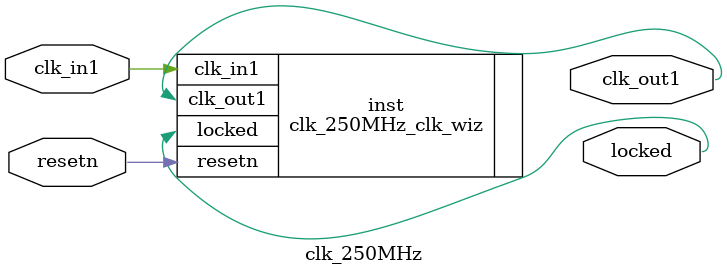
<source format=v>


`timescale 1ps/1ps

(* CORE_GENERATION_INFO = "clk_250MHz,clk_wiz_v6_0_6_0_0,{component_name=clk_250MHz,use_phase_alignment=true,use_min_o_jitter=false,use_max_i_jitter=false,use_dyn_phase_shift=false,use_inclk_switchover=false,use_dyn_reconfig=false,enable_axi=0,feedback_source=FDBK_AUTO,PRIMITIVE=MMCM,num_out_clk=1,clkin1_period=40.000,clkin2_period=10.0,use_power_down=false,use_reset=true,use_locked=true,use_inclk_stopped=false,feedback_type=SINGLE,CLOCK_MGR_TYPE=NA,manual_override=false}" *)

module clk_250MHz 
 (
  // Clock out ports
  output        clk_out1,
  // Status and control signals
  input         resetn,
  output        locked,
 // Clock in ports
  input         clk_in1
 );

  clk_250MHz_clk_wiz inst
  (
  // Clock out ports  
  .clk_out1(clk_out1),
  // Status and control signals               
  .resetn(resetn), 
  .locked(locked),
 // Clock in ports
  .clk_in1(clk_in1)
  );

endmodule

</source>
